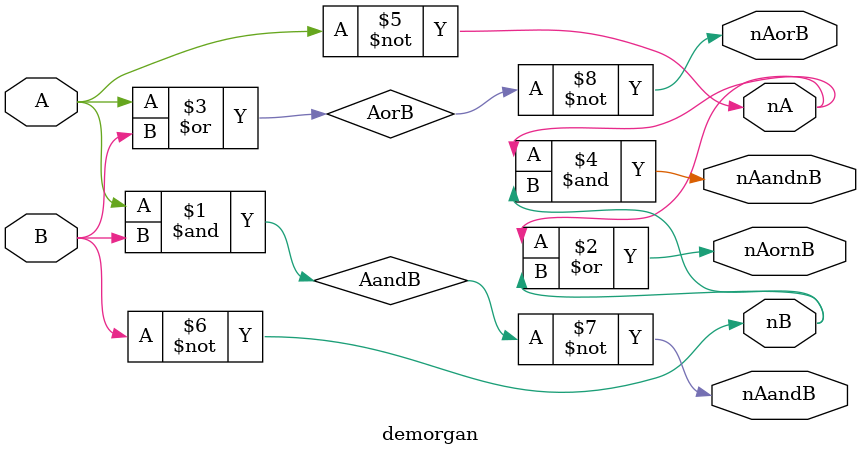
<source format=v>
module demorgan
(
  input  A,          // Single bit inputs
  input  B,
  output nA,         // Output intermediate complemented inputs
  output nB,
  output nAandB,      // Single bit output, ~(A*B)
  output nAornB,      // Single bit output, ~A+~B
  output nAorB,       // Single bit output, ~(A+B)
  output nAandnB     // Single bit output, (~A)*(~B)

);

  wire nA;
  wire nB;
  wire AandB;
  wire AorB;

  not Ainv(nA, A);      // Top inverter is named Ainv, takes signal A as input and produces signal nA
  not Binv(nB, B);

  and andgateAB(AandB, A, B);
  not AandBinv(nAandB, AandB); // Equation 1

  or orgatenAnB(nAornB, nA, nB); // Equation 2

  or orgateAB(AorB, A, B);
  not AorBinv(nAorB, AorB); //Equation 3

  and andgate(nAandnB, nA, nB);     // Equation 4 AND gate produces nAandnB from nA and nB


endmodule

</source>
